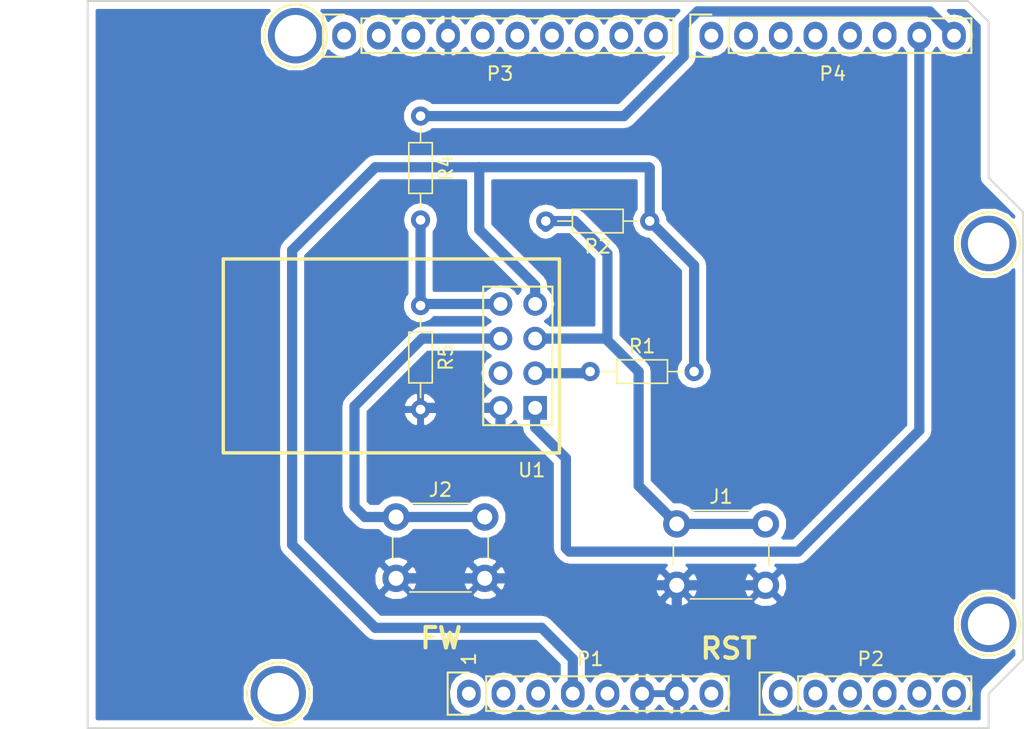
<source format=kicad_pcb>
(kicad_pcb (version 4) (host pcbnew 4.0.6)

  (general
    (links 23)
    (no_connects 2)
    (area 110.922999 72.949999 179.653001 126.440001)
    (thickness 1.6)
    (drawings 29)
    (tracks 61)
    (zones 0)
    (modules 15)
    (nets 38)
  )

  (page A4)
  (title_block
    (date "lun. 30 mars 2015")
  )

  (layers
    (0 F.Cu signal)
    (31 B.Cu signal)
    (37 F.SilkS user)
    (44 Edge.Cuts user)
  )

  (setup
    (last_trace_width 0.25)
    (user_trace_width 0.5)
    (user_trace_width 0.75)
    (user_trace_width 1)
    (trace_clearance 0.2)
    (zone_clearance 0.508)
    (zone_45_only no)
    (trace_min 0.2)
    (segment_width 0.15)
    (edge_width 0.15)
    (via_size 0.6)
    (via_drill 0.4)
    (via_min_size 0.4)
    (via_min_drill 0.3)
    (uvia_size 0.3)
    (uvia_drill 0.1)
    (uvias_allowed no)
    (uvia_min_size 0.2)
    (uvia_min_drill 0.1)
    (pcb_text_width 0.3)
    (pcb_text_size 1.5 1.5)
    (mod_edge_width 0.15)
    (mod_text_size 1 1)
    (mod_text_width 0.15)
    (pad_size 4.064 4.064)
    (pad_drill 3.048)
    (pad_to_mask_clearance 0)
    (aux_axis_origin 110.998 126.365)
    (grid_origin 110.998 126.365)
    (visible_elements 7FFFFFFF)
    (pcbplotparams
      (layerselection 0x01000_80000000)
      (usegerberextensions false)
      (excludeedgelayer true)
      (linewidth 0.100000)
      (plotframeref false)
      (viasonmask false)
      (mode 1)
      (useauxorigin false)
      (hpglpennumber 1)
      (hpglpenspeed 20)
      (hpglpendiameter 15)
      (hpglpenoverlay 2)
      (psnegative false)
      (psa4output false)
      (plotreference true)
      (plotvalue true)
      (plotinvisibletext false)
      (padsonsilk false)
      (subtractmaskfromsilk false)
      (outputformat 1)
      (mirror false)
      (drillshape 0)
      (scaleselection 1)
      (outputdirectory Fabricação/))
  )

  (net 0 "")
  (net 1 GND)
  (net 2 "/A4(SDA)")
  (net 3 "/A5(SCL)")
  (net 4 "/1(Tx)")
  (net 5 "/0(Rx)")
  (net 6 +3V3)
  (net 7 "Net-(R1-Pad1)")
  (net 8 /RST)
  (net 9 "Net-(R4-Pad2)")
  (net 10 /firm)
  (net 11 "Net-(P1-Pad1)")
  (net 12 /IOREF)
  (net 13 /Reset)
  (net 14 +5V)
  (net 15 /Vin)
  (net 16 /A0)
  (net 17 /A1)
  (net 18 /A2)
  (net 19 /A3)
  (net 20 /AREF)
  (net 21 "/13(SCK)")
  (net 22 "/12(MISO)")
  (net 23 "/11(**/MOSI)")
  (net 24 "/10(**/SS)")
  (net 25 "/9(**)")
  (net 26 /8)
  (net 27 /7)
  (net 28 "/6(**)")
  (net 29 "/5(**)")
  (net 30 /4)
  (net 31 "/3(**)")
  (net 32 /2)
  (net 33 "Net-(P5-Pad1)")
  (net 34 "Net-(P6-Pad1)")
  (net 35 "Net-(P7-Pad1)")
  (net 36 "Net-(P8-Pad1)")
  (net 37 "Net-(U1-Pad4)")

  (net_class Default "This is the default net class."
    (clearance 0.2)
    (trace_width 0.25)
    (via_dia 0.6)
    (via_drill 0.4)
    (uvia_dia 0.3)
    (uvia_drill 0.1)
    (add_net +3V3)
    (add_net +5V)
    (add_net "/0(Rx)")
    (add_net "/1(Tx)")
    (add_net "/10(**/SS)")
    (add_net "/11(**/MOSI)")
    (add_net "/12(MISO)")
    (add_net "/13(SCK)")
    (add_net /2)
    (add_net "/3(**)")
    (add_net /4)
    (add_net "/5(**)")
    (add_net "/6(**)")
    (add_net /7)
    (add_net /8)
    (add_net "/9(**)")
    (add_net /A0)
    (add_net /A1)
    (add_net /A2)
    (add_net /A3)
    (add_net "/A4(SDA)")
    (add_net "/A5(SCL)")
    (add_net /AREF)
    (add_net /IOREF)
    (add_net /RST)
    (add_net /Reset)
    (add_net /Vin)
    (add_net /firm)
    (add_net GND)
    (add_net "Net-(P1-Pad1)")
    (add_net "Net-(P5-Pad1)")
    (add_net "Net-(P6-Pad1)")
    (add_net "Net-(P7-Pad1)")
    (add_net "Net-(P8-Pad1)")
    (add_net "Net-(R1-Pad1)")
    (add_net "Net-(R4-Pad2)")
    (add_net "Net-(U1-Pad4)")
  )

  (module Socket_Arduino_Uno:Socket_Strip_Arduino_1x08 locked (layer F.Cu) (tedit 552168D2) (tstamp 551AF9EA)
    (at 138.938 123.825)
    (descr "Through hole socket strip")
    (tags "socket strip")
    (path /56D70129)
    (fp_text reference P1 (at 8.89 -2.54) (layer F.SilkS)
      (effects (font (size 1 1) (thickness 0.15)))
    )
    (fp_text value Power (at 8.89 -4.064) (layer F.Fab)
      (effects (font (size 1 1) (thickness 0.15)))
    )
    (fp_line (start -1.75 -1.75) (end -1.75 1.75) (layer F.CrtYd) (width 0.05))
    (fp_line (start 19.55 -1.75) (end 19.55 1.75) (layer F.CrtYd) (width 0.05))
    (fp_line (start -1.75 -1.75) (end 19.55 -1.75) (layer F.CrtYd) (width 0.05))
    (fp_line (start -1.75 1.75) (end 19.55 1.75) (layer F.CrtYd) (width 0.05))
    (fp_line (start 1.27 1.27) (end 19.05 1.27) (layer F.SilkS) (width 0.15))
    (fp_line (start 19.05 1.27) (end 19.05 -1.27) (layer F.SilkS) (width 0.15))
    (fp_line (start 19.05 -1.27) (end 1.27 -1.27) (layer F.SilkS) (width 0.15))
    (fp_line (start -1.55 1.55) (end 0 1.55) (layer F.SilkS) (width 0.15))
    (fp_line (start 1.27 1.27) (end 1.27 -1.27) (layer F.SilkS) (width 0.15))
    (fp_line (start 0 -1.55) (end -1.55 -1.55) (layer F.SilkS) (width 0.15))
    (fp_line (start -1.55 -1.55) (end -1.55 1.55) (layer F.SilkS) (width 0.15))
    (pad 1 thru_hole oval (at 0 0) (size 1.7272 2.032) (drill 1.016) (layers *.Cu *.Mask)
      (net 11 "Net-(P1-Pad1)"))
    (pad 2 thru_hole oval (at 2.54 0) (size 1.7272 2.032) (drill 1.016) (layers *.Cu *.Mask)
      (net 12 /IOREF))
    (pad 3 thru_hole oval (at 5.08 0) (size 1.7272 2.032) (drill 1.016) (layers *.Cu *.Mask)
      (net 13 /Reset))
    (pad 4 thru_hole oval (at 7.62 0) (size 1.7272 2.032) (drill 1.016) (layers *.Cu *.Mask)
      (net 6 +3V3))
    (pad 5 thru_hole oval (at 10.16 0) (size 1.7272 2.032) (drill 1.016) (layers *.Cu *.Mask)
      (net 14 +5V))
    (pad 6 thru_hole oval (at 12.7 0) (size 1.7272 2.032) (drill 1.016) (layers *.Cu *.Mask)
      (net 1 GND))
    (pad 7 thru_hole oval (at 15.24 0) (size 1.7272 2.032) (drill 1.016) (layers *.Cu *.Mask)
      (net 1 GND))
    (pad 8 thru_hole oval (at 17.78 0) (size 1.7272 2.032) (drill 1.016) (layers *.Cu *.Mask)
      (net 15 /Vin))
    (model ${KIPRJMOD}/Socket_Arduino_Uno.3dshapes/Socket_header_Arduino_1x08.wrl
      (at (xyz 0.35 0 0))
      (scale (xyz 1 1 1))
      (rotate (xyz 0 0 180))
    )
  )

  (module Socket_Arduino_Uno:Socket_Strip_Arduino_1x06 locked (layer F.Cu) (tedit 552168D6) (tstamp 551AF9FF)
    (at 161.798 123.825)
    (descr "Through hole socket strip")
    (tags "socket strip")
    (path /56D70DD8)
    (fp_text reference P2 (at 6.604 -2.54) (layer F.SilkS)
      (effects (font (size 1 1) (thickness 0.15)))
    )
    (fp_text value Analog (at 6.604 -4.064) (layer F.Fab)
      (effects (font (size 1 1) (thickness 0.15)))
    )
    (fp_line (start -1.75 -1.75) (end -1.75 1.75) (layer F.CrtYd) (width 0.05))
    (fp_line (start 14.45 -1.75) (end 14.45 1.75) (layer F.CrtYd) (width 0.05))
    (fp_line (start -1.75 -1.75) (end 14.45 -1.75) (layer F.CrtYd) (width 0.05))
    (fp_line (start -1.75 1.75) (end 14.45 1.75) (layer F.CrtYd) (width 0.05))
    (fp_line (start 1.27 1.27) (end 13.97 1.27) (layer F.SilkS) (width 0.15))
    (fp_line (start 13.97 1.27) (end 13.97 -1.27) (layer F.SilkS) (width 0.15))
    (fp_line (start 13.97 -1.27) (end 1.27 -1.27) (layer F.SilkS) (width 0.15))
    (fp_line (start -1.55 1.55) (end 0 1.55) (layer F.SilkS) (width 0.15))
    (fp_line (start 1.27 1.27) (end 1.27 -1.27) (layer F.SilkS) (width 0.15))
    (fp_line (start 0 -1.55) (end -1.55 -1.55) (layer F.SilkS) (width 0.15))
    (fp_line (start -1.55 -1.55) (end -1.55 1.55) (layer F.SilkS) (width 0.15))
    (pad 1 thru_hole oval (at 0 0) (size 1.7272 2.032) (drill 1.016) (layers *.Cu *.Mask)
      (net 16 /A0))
    (pad 2 thru_hole oval (at 2.54 0) (size 1.7272 2.032) (drill 1.016) (layers *.Cu *.Mask)
      (net 17 /A1))
    (pad 3 thru_hole oval (at 5.08 0) (size 1.7272 2.032) (drill 1.016) (layers *.Cu *.Mask)
      (net 18 /A2))
    (pad 4 thru_hole oval (at 7.62 0) (size 1.7272 2.032) (drill 1.016) (layers *.Cu *.Mask)
      (net 19 /A3))
    (pad 5 thru_hole oval (at 10.16 0) (size 1.7272 2.032) (drill 1.016) (layers *.Cu *.Mask)
      (net 2 "/A4(SDA)"))
    (pad 6 thru_hole oval (at 12.7 0) (size 1.7272 2.032) (drill 1.016) (layers *.Cu *.Mask)
      (net 3 "/A5(SCL)"))
    (model ${KIPRJMOD}/Socket_Arduino_Uno.3dshapes/Socket_header_Arduino_1x06.wrl
      (at (xyz 0.25 0 0))
      (scale (xyz 1 1 1))
      (rotate (xyz 0 0 180))
    )
  )

  (module Socket_Arduino_Uno:Socket_Strip_Arduino_1x10 locked (layer F.Cu) (tedit 552168BF) (tstamp 551AFA18)
    (at 129.794 75.565)
    (descr "Through hole socket strip")
    (tags "socket strip")
    (path /56D721E0)
    (fp_text reference P3 (at 11.43 2.794) (layer F.SilkS)
      (effects (font (size 1 1) (thickness 0.15)))
    )
    (fp_text value Digital (at 11.43 4.318) (layer F.Fab)
      (effects (font (size 1 1) (thickness 0.15)))
    )
    (fp_line (start -1.75 -1.75) (end -1.75 1.75) (layer F.CrtYd) (width 0.05))
    (fp_line (start 24.65 -1.75) (end 24.65 1.75) (layer F.CrtYd) (width 0.05))
    (fp_line (start -1.75 -1.75) (end 24.65 -1.75) (layer F.CrtYd) (width 0.05))
    (fp_line (start -1.75 1.75) (end 24.65 1.75) (layer F.CrtYd) (width 0.05))
    (fp_line (start 1.27 1.27) (end 24.13 1.27) (layer F.SilkS) (width 0.15))
    (fp_line (start 24.13 1.27) (end 24.13 -1.27) (layer F.SilkS) (width 0.15))
    (fp_line (start 24.13 -1.27) (end 1.27 -1.27) (layer F.SilkS) (width 0.15))
    (fp_line (start -1.55 1.55) (end 0 1.55) (layer F.SilkS) (width 0.15))
    (fp_line (start 1.27 1.27) (end 1.27 -1.27) (layer F.SilkS) (width 0.15))
    (fp_line (start 0 -1.55) (end -1.55 -1.55) (layer F.SilkS) (width 0.15))
    (fp_line (start -1.55 -1.55) (end -1.55 1.55) (layer F.SilkS) (width 0.15))
    (pad 1 thru_hole oval (at 0 0) (size 1.7272 2.032) (drill 1.016) (layers *.Cu *.Mask)
      (net 3 "/A5(SCL)"))
    (pad 2 thru_hole oval (at 2.54 0) (size 1.7272 2.032) (drill 1.016) (layers *.Cu *.Mask)
      (net 2 "/A4(SDA)"))
    (pad 3 thru_hole oval (at 5.08 0) (size 1.7272 2.032) (drill 1.016) (layers *.Cu *.Mask)
      (net 20 /AREF))
    (pad 4 thru_hole oval (at 7.62 0) (size 1.7272 2.032) (drill 1.016) (layers *.Cu *.Mask)
      (net 1 GND))
    (pad 5 thru_hole oval (at 10.16 0) (size 1.7272 2.032) (drill 1.016) (layers *.Cu *.Mask)
      (net 21 "/13(SCK)"))
    (pad 6 thru_hole oval (at 12.7 0) (size 1.7272 2.032) (drill 1.016) (layers *.Cu *.Mask)
      (net 22 "/12(MISO)"))
    (pad 7 thru_hole oval (at 15.24 0) (size 1.7272 2.032) (drill 1.016) (layers *.Cu *.Mask)
      (net 23 "/11(**/MOSI)"))
    (pad 8 thru_hole oval (at 17.78 0) (size 1.7272 2.032) (drill 1.016) (layers *.Cu *.Mask)
      (net 24 "/10(**/SS)"))
    (pad 9 thru_hole oval (at 20.32 0) (size 1.7272 2.032) (drill 1.016) (layers *.Cu *.Mask)
      (net 25 "/9(**)"))
    (pad 10 thru_hole oval (at 22.86 0) (size 1.7272 2.032) (drill 1.016) (layers *.Cu *.Mask)
      (net 26 /8))
    (model ${KIPRJMOD}/Socket_Arduino_Uno.3dshapes/Socket_header_Arduino_1x10.wrl
      (at (xyz 0.45 0 0))
      (scale (xyz 1 1 1))
      (rotate (xyz 0 0 180))
    )
  )

  (module Socket_Arduino_Uno:Socket_Strip_Arduino_1x08 locked (layer F.Cu) (tedit 552168C7) (tstamp 551AFA2F)
    (at 156.718 75.565)
    (descr "Through hole socket strip")
    (tags "socket strip")
    (path /56D7164F)
    (fp_text reference P4 (at 8.89 2.794) (layer F.SilkS)
      (effects (font (size 1 1) (thickness 0.15)))
    )
    (fp_text value Digital (at 8.89 4.318) (layer F.Fab)
      (effects (font (size 1 1) (thickness 0.15)))
    )
    (fp_line (start -1.75 -1.75) (end -1.75 1.75) (layer F.CrtYd) (width 0.05))
    (fp_line (start 19.55 -1.75) (end 19.55 1.75) (layer F.CrtYd) (width 0.05))
    (fp_line (start -1.75 -1.75) (end 19.55 -1.75) (layer F.CrtYd) (width 0.05))
    (fp_line (start -1.75 1.75) (end 19.55 1.75) (layer F.CrtYd) (width 0.05))
    (fp_line (start 1.27 1.27) (end 19.05 1.27) (layer F.SilkS) (width 0.15))
    (fp_line (start 19.05 1.27) (end 19.05 -1.27) (layer F.SilkS) (width 0.15))
    (fp_line (start 19.05 -1.27) (end 1.27 -1.27) (layer F.SilkS) (width 0.15))
    (fp_line (start -1.55 1.55) (end 0 1.55) (layer F.SilkS) (width 0.15))
    (fp_line (start 1.27 1.27) (end 1.27 -1.27) (layer F.SilkS) (width 0.15))
    (fp_line (start 0 -1.55) (end -1.55 -1.55) (layer F.SilkS) (width 0.15))
    (fp_line (start -1.55 -1.55) (end -1.55 1.55) (layer F.SilkS) (width 0.15))
    (pad 1 thru_hole oval (at 0 0) (size 1.7272 2.032) (drill 1.016) (layers *.Cu *.Mask)
      (net 27 /7))
    (pad 2 thru_hole oval (at 2.54 0) (size 1.7272 2.032) (drill 1.016) (layers *.Cu *.Mask)
      (net 28 "/6(**)"))
    (pad 3 thru_hole oval (at 5.08 0) (size 1.7272 2.032) (drill 1.016) (layers *.Cu *.Mask)
      (net 29 "/5(**)"))
    (pad 4 thru_hole oval (at 7.62 0) (size 1.7272 2.032) (drill 1.016) (layers *.Cu *.Mask)
      (net 30 /4))
    (pad 5 thru_hole oval (at 10.16 0) (size 1.7272 2.032) (drill 1.016) (layers *.Cu *.Mask)
      (net 31 "/3(**)"))
    (pad 6 thru_hole oval (at 12.7 0) (size 1.7272 2.032) (drill 1.016) (layers *.Cu *.Mask)
      (net 32 /2))
    (pad 7 thru_hole oval (at 15.24 0) (size 1.7272 2.032) (drill 1.016) (layers *.Cu *.Mask)
      (net 4 "/1(Tx)"))
    (pad 8 thru_hole oval (at 17.78 0) (size 1.7272 2.032) (drill 1.016) (layers *.Cu *.Mask)
      (net 5 "/0(Rx)"))
    (model ${KIPRJMOD}/Socket_Arduino_Uno.3dshapes/Socket_header_Arduino_1x08.wrl
      (at (xyz 0.35 0 0))
      (scale (xyz 1 1 1))
      (rotate (xyz 0 0 180))
    )
  )

  (module Socket_Arduino_Uno:Arduino_1pin locked (layer F.Cu) (tedit 5524FC39) (tstamp 5524FC3F)
    (at 124.968 123.825)
    (descr "module 1 pin (ou trou mecanique de percage)")
    (tags DEV)
    (path /56D71177)
    (fp_text reference P5 (at 0 -3.048) (layer F.SilkS) hide
      (effects (font (size 1 1) (thickness 0.15)))
    )
    (fp_text value CONN_01X01 (at 0 2.794) (layer F.Fab) hide
      (effects (font (size 1 1) (thickness 0.15)))
    )
    (fp_circle (center 0 0) (end 0 -2.286) (layer F.SilkS) (width 0.15))
    (pad 1 thru_hole circle (at 0 0) (size 4.064 4.064) (drill 3.048) (layers *.Cu *.Mask)
      (net 33 "Net-(P5-Pad1)"))
  )

  (module Socket_Arduino_Uno:Arduino_1pin locked (layer F.Cu) (tedit 5524FC4A) (tstamp 5524FC44)
    (at 177.038 118.745)
    (descr "module 1 pin (ou trou mecanique de percage)")
    (tags DEV)
    (path /56D71274)
    (fp_text reference P6 (at 0 -3.048) (layer F.SilkS) hide
      (effects (font (size 1 1) (thickness 0.15)))
    )
    (fp_text value CONN_01X01 (at 0 2.794) (layer F.Fab) hide
      (effects (font (size 1 1) (thickness 0.15)))
    )
    (fp_circle (center 0 0) (end 0 -2.286) (layer F.SilkS) (width 0.15))
    (pad 1 thru_hole circle (at 0 0) (size 4.064 4.064) (drill 3.048) (layers *.Cu *.Mask)
      (net 34 "Net-(P6-Pad1)"))
  )

  (module Socket_Arduino_Uno:Arduino_1pin locked (layer F.Cu) (tedit 5524FC2F) (tstamp 5524FC49)
    (at 126.238 75.565)
    (descr "module 1 pin (ou trou mecanique de percage)")
    (tags DEV)
    (path /56D712A8)
    (fp_text reference P7 (at 0 -3.048) (layer F.SilkS) hide
      (effects (font (size 1 1) (thickness 0.15)))
    )
    (fp_text value CONN_01X01 (at 0 2.794) (layer F.Fab) hide
      (effects (font (size 1 1) (thickness 0.15)))
    )
    (fp_circle (center 0 0) (end 0 -2.286) (layer F.SilkS) (width 0.15))
    (pad 1 thru_hole circle (at 0 0) (size 4.064 4.064) (drill 3.048) (layers *.Cu *.Mask)
      (net 35 "Net-(P7-Pad1)"))
  )

  (module Socket_Arduino_Uno:Arduino_1pin locked (layer F.Cu) (tedit 5524FC41) (tstamp 5524FC4E)
    (at 177.038 90.805)
    (descr "module 1 pin (ou trou mecanique de percage)")
    (tags DEV)
    (path /56D712DB)
    (fp_text reference P8 (at 0 -3.048) (layer F.SilkS) hide
      (effects (font (size 1 1) (thickness 0.15)))
    )
    (fp_text value CONN_01X01 (at 0 2.794) (layer F.Fab) hide
      (effects (font (size 1 1) (thickness 0.15)))
    )
    (fp_circle (center 0 0) (end 0 -2.286) (layer F.SilkS) (width 0.15))
    (pad 1 thru_hole circle (at 0 0) (size 4.064 4.064) (drill 3.048) (layers *.Cu *.Mask)
      (net 36 "Net-(P8-Pad1)"))
  )

  (module Buttons_Switches_THT:SW_PUSH_6mm_h5mm (layer F.Cu) (tedit 5923F252) (tstamp 5988CEB5)
    (at 154.178 111.379)
    (descr "tactile push button, 6x6mm e.g. PHAP33xx series, height=5mm")
    (tags "tact sw push 6mm")
    (path /5988F70F)
    (fp_text reference J1 (at 3.25 -2) (layer F.SilkS)
      (effects (font (size 1 1) (thickness 0.15)))
    )
    (fp_text value CONN_01X02 (at 3.75 6.7) (layer F.Fab)
      (effects (font (size 1 1) (thickness 0.15)))
    )
    (fp_text user %R (at 3.25 2.25) (layer F.Fab)
      (effects (font (size 1 1) (thickness 0.15)))
    )
    (fp_line (start 3.25 -0.75) (end 6.25 -0.75) (layer F.Fab) (width 0.1))
    (fp_line (start 6.25 -0.75) (end 6.25 5.25) (layer F.Fab) (width 0.1))
    (fp_line (start 6.25 5.25) (end 0.25 5.25) (layer F.Fab) (width 0.1))
    (fp_line (start 0.25 5.25) (end 0.25 -0.75) (layer F.Fab) (width 0.1))
    (fp_line (start 0.25 -0.75) (end 3.25 -0.75) (layer F.Fab) (width 0.1))
    (fp_line (start 7.75 6) (end 8 6) (layer F.CrtYd) (width 0.05))
    (fp_line (start 8 6) (end 8 5.75) (layer F.CrtYd) (width 0.05))
    (fp_line (start 7.75 -1.5) (end 8 -1.5) (layer F.CrtYd) (width 0.05))
    (fp_line (start 8 -1.5) (end 8 -1.25) (layer F.CrtYd) (width 0.05))
    (fp_line (start -1.5 -1.25) (end -1.5 -1.5) (layer F.CrtYd) (width 0.05))
    (fp_line (start -1.5 -1.5) (end -1.25 -1.5) (layer F.CrtYd) (width 0.05))
    (fp_line (start -1.5 5.75) (end -1.5 6) (layer F.CrtYd) (width 0.05))
    (fp_line (start -1.5 6) (end -1.25 6) (layer F.CrtYd) (width 0.05))
    (fp_line (start -1.25 -1.5) (end 7.75 -1.5) (layer F.CrtYd) (width 0.05))
    (fp_line (start -1.5 5.75) (end -1.5 -1.25) (layer F.CrtYd) (width 0.05))
    (fp_line (start 7.75 6) (end -1.25 6) (layer F.CrtYd) (width 0.05))
    (fp_line (start 8 -1.25) (end 8 5.75) (layer F.CrtYd) (width 0.05))
    (fp_line (start 1 5.5) (end 5.5 5.5) (layer F.SilkS) (width 0.12))
    (fp_line (start -0.25 1.5) (end -0.25 3) (layer F.SilkS) (width 0.12))
    (fp_line (start 5.5 -1) (end 1 -1) (layer F.SilkS) (width 0.12))
    (fp_line (start 6.75 3) (end 6.75 1.5) (layer F.SilkS) (width 0.12))
    (fp_circle (center 3.25 2.25) (end 1.25 2.5) (layer F.Fab) (width 0.1))
    (pad 2 thru_hole circle (at 0 4.5 90) (size 2 2) (drill 1.1) (layers *.Cu *.Mask)
      (net 1 GND))
    (pad 1 thru_hole circle (at 0 0 90) (size 2 2) (drill 1.1) (layers *.Cu *.Mask)
      (net 8 /RST))
    (pad 2 thru_hole circle (at 6.5 4.5 90) (size 2 2) (drill 1.1) (layers *.Cu *.Mask)
      (net 1 GND))
    (pad 1 thru_hole circle (at 6.5 0 90) (size 2 2) (drill 1.1) (layers *.Cu *.Mask)
      (net 8 /RST))
    (model ${KISYS3DMOD}/Buttons_Switches_THT.3dshapes/SW_PUSH_6mm_h5mm.wrl
      (at (xyz 0.005 0 0))
      (scale (xyz 0.3937 0.3937 0.3937))
      (rotate (xyz 0 0 0))
    )
  )

  (module Buttons_Switches_THT:SW_PUSH_6mm_h5mm (layer F.Cu) (tedit 5923F252) (tstamp 5988CEBD)
    (at 133.604 110.871)
    (descr "tactile push button, 6x6mm e.g. PHAP33xx series, height=5mm")
    (tags "tact sw push 6mm")
    (path /5988F76E)
    (fp_text reference J2 (at 3.25 -2) (layer F.SilkS)
      (effects (font (size 1 1) (thickness 0.15)))
    )
    (fp_text value CONN_01X02 (at 3.75 6.7) (layer F.Fab)
      (effects (font (size 1 1) (thickness 0.15)))
    )
    (fp_text user %R (at 3.25 2.25) (layer F.Fab)
      (effects (font (size 1 1) (thickness 0.15)))
    )
    (fp_line (start 3.25 -0.75) (end 6.25 -0.75) (layer F.Fab) (width 0.1))
    (fp_line (start 6.25 -0.75) (end 6.25 5.25) (layer F.Fab) (width 0.1))
    (fp_line (start 6.25 5.25) (end 0.25 5.25) (layer F.Fab) (width 0.1))
    (fp_line (start 0.25 5.25) (end 0.25 -0.75) (layer F.Fab) (width 0.1))
    (fp_line (start 0.25 -0.75) (end 3.25 -0.75) (layer F.Fab) (width 0.1))
    (fp_line (start 7.75 6) (end 8 6) (layer F.CrtYd) (width 0.05))
    (fp_line (start 8 6) (end 8 5.75) (layer F.CrtYd) (width 0.05))
    (fp_line (start 7.75 -1.5) (end 8 -1.5) (layer F.CrtYd) (width 0.05))
    (fp_line (start 8 -1.5) (end 8 -1.25) (layer F.CrtYd) (width 0.05))
    (fp_line (start -1.5 -1.25) (end -1.5 -1.5) (layer F.CrtYd) (width 0.05))
    (fp_line (start -1.5 -1.5) (end -1.25 -1.5) (layer F.CrtYd) (width 0.05))
    (fp_line (start -1.5 5.75) (end -1.5 6) (layer F.CrtYd) (width 0.05))
    (fp_line (start -1.5 6) (end -1.25 6) (layer F.CrtYd) (width 0.05))
    (fp_line (start -1.25 -1.5) (end 7.75 -1.5) (layer F.CrtYd) (width 0.05))
    (fp_line (start -1.5 5.75) (end -1.5 -1.25) (layer F.CrtYd) (width 0.05))
    (fp_line (start 7.75 6) (end -1.25 6) (layer F.CrtYd) (width 0.05))
    (fp_line (start 8 -1.25) (end 8 5.75) (layer F.CrtYd) (width 0.05))
    (fp_line (start 1 5.5) (end 5.5 5.5) (layer F.SilkS) (width 0.12))
    (fp_line (start -0.25 1.5) (end -0.25 3) (layer F.SilkS) (width 0.12))
    (fp_line (start 5.5 -1) (end 1 -1) (layer F.SilkS) (width 0.12))
    (fp_line (start 6.75 3) (end 6.75 1.5) (layer F.SilkS) (width 0.12))
    (fp_circle (center 3.25 2.25) (end 1.25 2.5) (layer F.Fab) (width 0.1))
    (pad 2 thru_hole circle (at 0 4.5 90) (size 2 2) (drill 1.1) (layers *.Cu *.Mask)
      (net 1 GND))
    (pad 1 thru_hole circle (at 0 0 90) (size 2 2) (drill 1.1) (layers *.Cu *.Mask)
      (net 10 /firm))
    (pad 2 thru_hole circle (at 6.5 4.5 90) (size 2 2) (drill 1.1) (layers *.Cu *.Mask)
      (net 1 GND))
    (pad 1 thru_hole circle (at 6.5 0 90) (size 2 2) (drill 1.1) (layers *.Cu *.Mask)
      (net 10 /firm))
    (model ${KISYS3DMOD}/Buttons_Switches_THT.3dshapes/SW_PUSH_6mm_h5mm.wrl
      (at (xyz 0.005 0 0))
      (scale (xyz 0.3937 0.3937 0.3937))
      (rotate (xyz 0 0 0))
    )
  )

  (module Resistors_THT:R_Axial_DIN0204_L3.6mm_D1.6mm_P7.62mm_Horizontal (layer F.Cu) (tedit 5874F706) (tstamp 5988CEC3)
    (at 147.828 100.203)
    (descr "Resistor, Axial_DIN0204 series, Axial, Horizontal, pin pitch=7.62mm, 0.16666666666666666W = 1/6W, length*diameter=3.6*1.6mm^2, http://cdn-reichelt.de/documents/datenblatt/B400/1_4W%23YAG.pdf")
    (tags "Resistor Axial_DIN0204 series Axial Horizontal pin pitch 7.62mm 0.16666666666666666W = 1/6W length 3.6mm diameter 1.6mm")
    (path /5988AFAB)
    (fp_text reference R1 (at 3.81 -1.86) (layer F.SilkS)
      (effects (font (size 1 1) (thickness 0.15)))
    )
    (fp_text value R (at 3.81 1.86) (layer F.Fab)
      (effects (font (size 1 1) (thickness 0.15)))
    )
    (fp_line (start 2.01 -0.8) (end 2.01 0.8) (layer F.Fab) (width 0.1))
    (fp_line (start 2.01 0.8) (end 5.61 0.8) (layer F.Fab) (width 0.1))
    (fp_line (start 5.61 0.8) (end 5.61 -0.8) (layer F.Fab) (width 0.1))
    (fp_line (start 5.61 -0.8) (end 2.01 -0.8) (layer F.Fab) (width 0.1))
    (fp_line (start 0 0) (end 2.01 0) (layer F.Fab) (width 0.1))
    (fp_line (start 7.62 0) (end 5.61 0) (layer F.Fab) (width 0.1))
    (fp_line (start 1.95 -0.86) (end 1.95 0.86) (layer F.SilkS) (width 0.12))
    (fp_line (start 1.95 0.86) (end 5.67 0.86) (layer F.SilkS) (width 0.12))
    (fp_line (start 5.67 0.86) (end 5.67 -0.86) (layer F.SilkS) (width 0.12))
    (fp_line (start 5.67 -0.86) (end 1.95 -0.86) (layer F.SilkS) (width 0.12))
    (fp_line (start 0.88 0) (end 1.95 0) (layer F.SilkS) (width 0.12))
    (fp_line (start 6.74 0) (end 5.67 0) (layer F.SilkS) (width 0.12))
    (fp_line (start -0.95 -1.15) (end -0.95 1.15) (layer F.CrtYd) (width 0.05))
    (fp_line (start -0.95 1.15) (end 8.6 1.15) (layer F.CrtYd) (width 0.05))
    (fp_line (start 8.6 1.15) (end 8.6 -1.15) (layer F.CrtYd) (width 0.05))
    (fp_line (start 8.6 -1.15) (end -0.95 -1.15) (layer F.CrtYd) (width 0.05))
    (pad 1 thru_hole circle (at 0 0) (size 1.4 1.4) (drill 0.7) (layers *.Cu *.Mask)
      (net 7 "Net-(R1-Pad1)"))
    (pad 2 thru_hole oval (at 7.62 0) (size 1.4 1.4) (drill 0.7) (layers *.Cu *.Mask)
      (net 6 +3V3))
    (model ${KISYS3DMOD}/Resistors_THT.3dshapes/R_Axial_DIN0204_L3.6mm_D1.6mm_P7.62mm_Horizontal.wrl
      (at (xyz 0 0 0))
      (scale (xyz 0.393701 0.393701 0.393701))
      (rotate (xyz 0 0 0))
    )
  )

  (module Resistors_THT:R_Axial_DIN0204_L3.6mm_D1.6mm_P7.62mm_Horizontal (layer F.Cu) (tedit 5874F706) (tstamp 5988CEC9)
    (at 152.198 89.165 180)
    (descr "Resistor, Axial_DIN0204 series, Axial, Horizontal, pin pitch=7.62mm, 0.16666666666666666W = 1/6W, length*diameter=3.6*1.6mm^2, http://cdn-reichelt.de/documents/datenblatt/B400/1_4W%23YAG.pdf")
    (tags "Resistor Axial_DIN0204 series Axial Horizontal pin pitch 7.62mm 0.16666666666666666W = 1/6W length 3.6mm diameter 1.6mm")
    (path /5988C8CC)
    (fp_text reference R2 (at 3.81 -1.86 180) (layer F.SilkS)
      (effects (font (size 1 1) (thickness 0.15)))
    )
    (fp_text value R (at 3.81 1.86 180) (layer F.Fab)
      (effects (font (size 1 1) (thickness 0.15)))
    )
    (fp_line (start 2.01 -0.8) (end 2.01 0.8) (layer F.Fab) (width 0.1))
    (fp_line (start 2.01 0.8) (end 5.61 0.8) (layer F.Fab) (width 0.1))
    (fp_line (start 5.61 0.8) (end 5.61 -0.8) (layer F.Fab) (width 0.1))
    (fp_line (start 5.61 -0.8) (end 2.01 -0.8) (layer F.Fab) (width 0.1))
    (fp_line (start 0 0) (end 2.01 0) (layer F.Fab) (width 0.1))
    (fp_line (start 7.62 0) (end 5.61 0) (layer F.Fab) (width 0.1))
    (fp_line (start 1.95 -0.86) (end 1.95 0.86) (layer F.SilkS) (width 0.12))
    (fp_line (start 1.95 0.86) (end 5.67 0.86) (layer F.SilkS) (width 0.12))
    (fp_line (start 5.67 0.86) (end 5.67 -0.86) (layer F.SilkS) (width 0.12))
    (fp_line (start 5.67 -0.86) (end 1.95 -0.86) (layer F.SilkS) (width 0.12))
    (fp_line (start 0.88 0) (end 1.95 0) (layer F.SilkS) (width 0.12))
    (fp_line (start 6.74 0) (end 5.67 0) (layer F.SilkS) (width 0.12))
    (fp_line (start -0.95 -1.15) (end -0.95 1.15) (layer F.CrtYd) (width 0.05))
    (fp_line (start -0.95 1.15) (end 8.6 1.15) (layer F.CrtYd) (width 0.05))
    (fp_line (start 8.6 1.15) (end 8.6 -1.15) (layer F.CrtYd) (width 0.05))
    (fp_line (start 8.6 -1.15) (end -0.95 -1.15) (layer F.CrtYd) (width 0.05))
    (pad 1 thru_hole circle (at 0 0 180) (size 1.4 1.4) (drill 0.7) (layers *.Cu *.Mask)
      (net 6 +3V3))
    (pad 2 thru_hole oval (at 7.62 0 180) (size 1.4 1.4) (drill 0.7) (layers *.Cu *.Mask)
      (net 8 /RST))
    (model ${KISYS3DMOD}/Resistors_THT.3dshapes/R_Axial_DIN0204_L3.6mm_D1.6mm_P7.62mm_Horizontal.wrl
      (at (xyz 0 0 0))
      (scale (xyz 0.393701 0.393701 0.393701))
      (rotate (xyz 0 0 0))
    )
  )

  (module Resistors_THT:R_Axial_DIN0204_L3.6mm_D1.6mm_P7.62mm_Horizontal (layer F.Cu) (tedit 5874F706) (tstamp 5988CECF)
    (at 135.398 81.465 270)
    (descr "Resistor, Axial_DIN0204 series, Axial, Horizontal, pin pitch=7.62mm, 0.16666666666666666W = 1/6W, length*diameter=3.6*1.6mm^2, http://cdn-reichelt.de/documents/datenblatt/B400/1_4W%23YAG.pdf")
    (tags "Resistor Axial_DIN0204 series Axial Horizontal pin pitch 7.62mm 0.16666666666666666W = 1/6W length 3.6mm diameter 1.6mm")
    (path /5988AC9A)
    (fp_text reference R4 (at 3.81 -1.86 270) (layer F.SilkS)
      (effects (font (size 1 1) (thickness 0.15)))
    )
    (fp_text value R (at 3.81 1.86 270) (layer F.Fab)
      (effects (font (size 1 1) (thickness 0.15)))
    )
    (fp_line (start 2.01 -0.8) (end 2.01 0.8) (layer F.Fab) (width 0.1))
    (fp_line (start 2.01 0.8) (end 5.61 0.8) (layer F.Fab) (width 0.1))
    (fp_line (start 5.61 0.8) (end 5.61 -0.8) (layer F.Fab) (width 0.1))
    (fp_line (start 5.61 -0.8) (end 2.01 -0.8) (layer F.Fab) (width 0.1))
    (fp_line (start 0 0) (end 2.01 0) (layer F.Fab) (width 0.1))
    (fp_line (start 7.62 0) (end 5.61 0) (layer F.Fab) (width 0.1))
    (fp_line (start 1.95 -0.86) (end 1.95 0.86) (layer F.SilkS) (width 0.12))
    (fp_line (start 1.95 0.86) (end 5.67 0.86) (layer F.SilkS) (width 0.12))
    (fp_line (start 5.67 0.86) (end 5.67 -0.86) (layer F.SilkS) (width 0.12))
    (fp_line (start 5.67 -0.86) (end 1.95 -0.86) (layer F.SilkS) (width 0.12))
    (fp_line (start 0.88 0) (end 1.95 0) (layer F.SilkS) (width 0.12))
    (fp_line (start 6.74 0) (end 5.67 0) (layer F.SilkS) (width 0.12))
    (fp_line (start -0.95 -1.15) (end -0.95 1.15) (layer F.CrtYd) (width 0.05))
    (fp_line (start -0.95 1.15) (end 8.6 1.15) (layer F.CrtYd) (width 0.05))
    (fp_line (start 8.6 1.15) (end 8.6 -1.15) (layer F.CrtYd) (width 0.05))
    (fp_line (start 8.6 -1.15) (end -0.95 -1.15) (layer F.CrtYd) (width 0.05))
    (pad 1 thru_hole circle (at 0 0 270) (size 1.4 1.4) (drill 0.7) (layers *.Cu *.Mask)
      (net 5 "/0(Rx)"))
    (pad 2 thru_hole oval (at 7.62 0 270) (size 1.4 1.4) (drill 0.7) (layers *.Cu *.Mask)
      (net 9 "Net-(R4-Pad2)"))
    (model ${KISYS3DMOD}/Resistors_THT.3dshapes/R_Axial_DIN0204_L3.6mm_D1.6mm_P7.62mm_Horizontal.wrl
      (at (xyz 0 0 0))
      (scale (xyz 0.393701 0.393701 0.393701))
      (rotate (xyz 0 0 0))
    )
  )

  (module Resistors_THT:R_Axial_DIN0204_L3.6mm_D1.6mm_P7.62mm_Horizontal (layer F.Cu) (tedit 5874F706) (tstamp 5988CED5)
    (at 135.398 95.365 270)
    (descr "Resistor, Axial_DIN0204 series, Axial, Horizontal, pin pitch=7.62mm, 0.16666666666666666W = 1/6W, length*diameter=3.6*1.6mm^2, http://cdn-reichelt.de/documents/datenblatt/B400/1_4W%23YAG.pdf")
    (tags "Resistor Axial_DIN0204 series Axial Horizontal pin pitch 7.62mm 0.16666666666666666W = 1/6W length 3.6mm diameter 1.6mm")
    (path /5988ACE3)
    (fp_text reference R5 (at 3.81 -1.86 270) (layer F.SilkS)
      (effects (font (size 1 1) (thickness 0.15)))
    )
    (fp_text value R (at 3.81 1.86 270) (layer F.Fab)
      (effects (font (size 1 1) (thickness 0.15)))
    )
    (fp_line (start 2.01 -0.8) (end 2.01 0.8) (layer F.Fab) (width 0.1))
    (fp_line (start 2.01 0.8) (end 5.61 0.8) (layer F.Fab) (width 0.1))
    (fp_line (start 5.61 0.8) (end 5.61 -0.8) (layer F.Fab) (width 0.1))
    (fp_line (start 5.61 -0.8) (end 2.01 -0.8) (layer F.Fab) (width 0.1))
    (fp_line (start 0 0) (end 2.01 0) (layer F.Fab) (width 0.1))
    (fp_line (start 7.62 0) (end 5.61 0) (layer F.Fab) (width 0.1))
    (fp_line (start 1.95 -0.86) (end 1.95 0.86) (layer F.SilkS) (width 0.12))
    (fp_line (start 1.95 0.86) (end 5.67 0.86) (layer F.SilkS) (width 0.12))
    (fp_line (start 5.67 0.86) (end 5.67 -0.86) (layer F.SilkS) (width 0.12))
    (fp_line (start 5.67 -0.86) (end 1.95 -0.86) (layer F.SilkS) (width 0.12))
    (fp_line (start 0.88 0) (end 1.95 0) (layer F.SilkS) (width 0.12))
    (fp_line (start 6.74 0) (end 5.67 0) (layer F.SilkS) (width 0.12))
    (fp_line (start -0.95 -1.15) (end -0.95 1.15) (layer F.CrtYd) (width 0.05))
    (fp_line (start -0.95 1.15) (end 8.6 1.15) (layer F.CrtYd) (width 0.05))
    (fp_line (start 8.6 1.15) (end 8.6 -1.15) (layer F.CrtYd) (width 0.05))
    (fp_line (start 8.6 -1.15) (end -0.95 -1.15) (layer F.CrtYd) (width 0.05))
    (pad 1 thru_hole circle (at 0 0 270) (size 1.4 1.4) (drill 0.7) (layers *.Cu *.Mask)
      (net 9 "Net-(R4-Pad2)"))
    (pad 2 thru_hole oval (at 7.62 0 270) (size 1.4 1.4) (drill 0.7) (layers *.Cu *.Mask)
      (net 1 GND))
    (model ${KISYS3DMOD}/Resistors_THT.3dshapes/R_Axial_DIN0204_L3.6mm_D1.6mm_P7.62mm_Horizontal.wrl
      (at (xyz 0 0 0))
      (scale (xyz 0.393701 0.393701 0.393701))
      (rotate (xyz 0 0 0))
    )
  )

  (module ESP8266:ESP-01 (layer F.Cu) (tedit 577EF889) (tstamp 5988CEE1)
    (at 143.798 102.865 180)
    (descr "Module, ESP-8266, ESP-01, 8 pin")
    (tags "Module ESP-8266 ESP8266")
    (path /5988A828)
    (fp_text reference U1 (at 0.254 -4.572 180) (layer F.SilkS)
      (effects (font (size 1 1) (thickness 0.15)))
    )
    (fp_text value ESP-01v090 (at 12.192 3.556 180) (layer F.Fab)
      (effects (font (size 1 1) (thickness 0.15)))
    )
    (fp_line (start -1.778 -3.302) (end 22.86 -3.302) (layer F.SilkS) (width 0.254))
    (fp_line (start 22.86 -3.302) (end 22.86 10.922) (layer F.SilkS) (width 0.254))
    (fp_line (start 22.86 10.922) (end -1.778 10.922) (layer F.SilkS) (width 0.254))
    (fp_line (start -1.778 10.922) (end -1.778 -3.302) (layer F.SilkS) (width 0.254))
    (fp_line (start -1.778 -3.302) (end 22.86 -3.302) (layer F.Fab) (width 0.05))
    (fp_line (start 22.86 -3.302) (end 22.86 10.922) (layer F.Fab) (width 0.05))
    (fp_line (start 22.86 10.922) (end -1.778 10.922) (layer F.Fab) (width 0.05))
    (fp_line (start -1.778 10.922) (end -1.778 -3.302) (layer F.Fab) (width 0.05))
    (fp_line (start 1.27 -1.27) (end -1.27 -1.27) (layer F.SilkS) (width 0.1524))
    (fp_line (start -1.27 -1.27) (end -1.27 1.27) (layer F.SilkS) (width 0.1524))
    (fp_line (start -1.75 -1.75) (end -1.75 9.4) (layer F.CrtYd) (width 0.05))
    (fp_line (start 4.3 -1.75) (end 4.3 9.4) (layer F.CrtYd) (width 0.05))
    (fp_line (start -1.75 -1.75) (end 4.3 -1.75) (layer F.CrtYd) (width 0.05))
    (fp_line (start -1.75 9.4) (end 4.3 9.4) (layer F.CrtYd) (width 0.05))
    (fp_line (start -1.27 1.27) (end -1.27 8.89) (layer F.SilkS) (width 0.1524))
    (fp_line (start -1.27 8.89) (end 3.81 8.89) (layer F.SilkS) (width 0.1524))
    (fp_line (start 3.81 8.89) (end 3.81 -1.27) (layer F.SilkS) (width 0.1524))
    (fp_line (start 3.81 -1.27) (end 1.27 -1.27) (layer F.SilkS) (width 0.1524))
    (pad 1 thru_hole rect (at 0 0 180) (size 1.7272 1.7272) (drill 1.016) (layers *.Cu *.Mask)
      (net 4 "/1(Tx)"))
    (pad 2 thru_hole oval (at 2.54 0 180) (size 1.7272 1.7272) (drill 1.016) (layers *.Cu *.Mask)
      (net 1 GND))
    (pad 3 thru_hole oval (at 0 2.54 180) (size 1.7272 1.7272) (drill 1.016) (layers *.Cu *.Mask)
      (net 7 "Net-(R1-Pad1)"))
    (pad 4 thru_hole oval (at 2.54 2.54 180) (size 1.7272 1.7272) (drill 1.016) (layers *.Cu *.Mask)
      (net 37 "Net-(U1-Pad4)"))
    (pad 5 thru_hole oval (at 0 5.08 180) (size 1.7272 1.7272) (drill 1.016) (layers *.Cu *.Mask)
      (net 8 /RST))
    (pad 6 thru_hole oval (at 2.54 5.08 180) (size 1.7272 1.7272) (drill 1.016) (layers *.Cu *.Mask)
      (net 10 /firm))
    (pad 7 thru_hole oval (at 0 7.62 180) (size 1.7272 1.7272) (drill 1.016) (layers *.Cu *.Mask)
      (net 6 +3V3))
    (pad 8 thru_hole oval (at 2.54 7.62 180) (size 1.7272 1.7272) (drill 1.016) (layers *.Cu *.Mask)
      (net 9 "Net-(R4-Pad2)"))
  )

  (gr_text FW (at 136.906 119.761) (layer F.SilkS)
    (effects (font (size 1.5 1.5) (thickness 0.3)))
  )
  (gr_text RST (at 157.988 120.523) (layer F.SilkS)
    (effects (font (size 1.5 1.5) (thickness 0.3)))
  )
  (gr_text 1 (at 138.938 121.285 90) (layer F.SilkS)
    (effects (font (size 1 1) (thickness 0.15)))
  )
  (gr_circle (center 117.348 76.962) (end 118.618 76.962) (layer Dwgs.User) (width 0.15))
  (gr_line (start 114.427 78.994) (end 114.427 74.93) (angle 90) (layer Dwgs.User) (width 0.15))
  (gr_line (start 120.269 78.994) (end 114.427 78.994) (angle 90) (layer Dwgs.User) (width 0.15))
  (gr_line (start 120.269 74.93) (end 120.269 78.994) (angle 90) (layer Dwgs.User) (width 0.15))
  (gr_line (start 114.427 74.93) (end 120.269 74.93) (angle 90) (layer Dwgs.User) (width 0.15))
  (gr_line (start 120.523 93.98) (end 104.648 93.98) (angle 90) (layer Dwgs.User) (width 0.15))
  (gr_line (start 177.038 74.549) (end 175.514 73.025) (angle 90) (layer Edge.Cuts) (width 0.15))
  (gr_line (start 177.038 85.979) (end 177.038 74.549) (angle 90) (layer Edge.Cuts) (width 0.15))
  (gr_line (start 179.578 88.519) (end 177.038 85.979) (angle 90) (layer Edge.Cuts) (width 0.15))
  (gr_line (start 179.578 121.285) (end 179.578 88.519) (angle 90) (layer Edge.Cuts) (width 0.15))
  (gr_line (start 177.038 123.825) (end 179.578 121.285) (angle 90) (layer Edge.Cuts) (width 0.15))
  (gr_line (start 177.038 126.365) (end 177.038 123.825) (angle 90) (layer Edge.Cuts) (width 0.15))
  (gr_line (start 110.998 126.365) (end 177.038 126.365) (angle 90) (layer Edge.Cuts) (width 0.15))
  (gr_line (start 110.998 73.025) (end 110.998 126.365) (angle 90) (layer Edge.Cuts) (width 0.15))
  (gr_line (start 175.514 73.025) (end 110.998 73.025) (angle 90) (layer Edge.Cuts) (width 0.15))
  (gr_line (start 173.355 102.235) (end 173.355 94.615) (angle 90) (layer Dwgs.User) (width 0.15))
  (gr_line (start 178.435 102.235) (end 173.355 102.235) (angle 90) (layer Dwgs.User) (width 0.15))
  (gr_line (start 178.435 94.615) (end 178.435 102.235) (angle 90) (layer Dwgs.User) (width 0.15))
  (gr_line (start 173.355 94.615) (end 178.435 94.615) (angle 90) (layer Dwgs.User) (width 0.15))
  (gr_line (start 109.093 123.19) (end 109.093 114.3) (angle 90) (layer Dwgs.User) (width 0.15))
  (gr_line (start 122.428 123.19) (end 109.093 123.19) (angle 90) (layer Dwgs.User) (width 0.15))
  (gr_line (start 122.428 114.3) (end 122.428 123.19) (angle 90) (layer Dwgs.User) (width 0.15))
  (gr_line (start 109.093 114.3) (end 122.428 114.3) (angle 90) (layer Dwgs.User) (width 0.15))
  (gr_line (start 104.648 93.98) (end 104.648 82.55) (angle 90) (layer Dwgs.User) (width 0.15))
  (gr_line (start 120.523 82.55) (end 120.523 93.98) (angle 90) (layer Dwgs.User) (width 0.15))
  (gr_line (start 104.648 82.55) (end 120.523 82.55) (angle 90) (layer Dwgs.User) (width 0.15))

  (segment (start 154.178 115.879) (end 145.034 115.879) (width 0.75) (layer B.Cu) (net 1))
  (segment (start 145.034 115.879) (end 144.526 115.371) (width 0.75) (layer B.Cu) (net 1) (tstamp 5989B01A))
  (segment (start 154.178 123.825) (end 154.178 115.879) (width 0.75) (layer B.Cu) (net 1))
  (segment (start 154.178 115.879) (end 160.678 115.879) (width 0.75) (layer B.Cu) (net 1) (tstamp 5989B017))
  (segment (start 141.258 102.865) (end 135.518 102.865) (width 0.75) (layer B.Cu) (net 1))
  (segment (start 135.518 102.865) (end 135.398 102.985) (width 0.75) (layer B.Cu) (net 1) (tstamp 5989AFB1))
  (segment (start 133.604 115.371) (end 140.104 115.371) (width 0.75) (layer B.Cu) (net 1))
  (segment (start 135.518 102.865) (end 135.398 102.985) (width 0.75) (layer B.Cu) (net 1) (tstamp 5989AF0D))
  (segment (start 141.258 102.865) (end 141.258 104.301) (width 0.75) (layer B.Cu) (net 1))
  (segment (start 141.258 104.301) (end 144.526 107.569) (width 0.75) (layer B.Cu) (net 1) (tstamp 5989AF04))
  (segment (start 144.526 107.569) (end 144.526 115.371) (width 0.75) (layer B.Cu) (net 1) (tstamp 5989AF05))
  (segment (start 144.526 115.371) (end 133.604 115.371) (width 0.75) (layer B.Cu) (net 1) (tstamp 5989AF09))
  (segment (start 143.798 102.865) (end 143.798 104.301) (width 0.75) (layer B.Cu) (net 4))
  (segment (start 171.958 104.521) (end 171.958 75.565) (width 0.75) (layer B.Cu) (net 4) (tstamp 5989AF89))
  (segment (start 163.068 113.411) (end 171.958 104.521) (width 0.75) (layer B.Cu) (net 4) (tstamp 5989AF88))
  (segment (start 146.304 113.411) (end 163.068 113.411) (width 0.75) (layer B.Cu) (net 4) (tstamp 5989AF85))
  (segment (start 146.05 113.157) (end 146.304 113.411) (width 0.75) (layer B.Cu) (net 4) (tstamp 5989AF84))
  (segment (start 146.05 106.553) (end 146.05 113.157) (width 0.75) (layer B.Cu) (net 4) (tstamp 5989AF83))
  (segment (start 143.798 104.301) (end 146.05 106.553) (width 0.75) (layer B.Cu) (net 4) (tstamp 5989AF81))
  (segment (start 135.398 81.465) (end 150.31 81.465) (width 0.75) (layer B.Cu) (net 5))
  (segment (start 172.72 73.787) (end 174.498 75.565) (width 0.75) (layer B.Cu) (net 5) (tstamp 5989AF2E))
  (segment (start 155.702 73.787) (end 172.72 73.787) (width 0.75) (layer B.Cu) (net 5) (tstamp 5989AF2A))
  (segment (start 154.686 74.803) (end 155.702 73.787) (width 0.75) (layer B.Cu) (net 5) (tstamp 5989AF29))
  (segment (start 154.686 77.089) (end 154.686 74.803) (width 0.75) (layer B.Cu) (net 5) (tstamp 5989AF27))
  (segment (start 150.31 81.465) (end 154.686 77.089) (width 0.75) (layer B.Cu) (net 5) (tstamp 5989AF1A))
  (segment (start 155.448 100.203) (end 155.448 92.415) (width 0.75) (layer B.Cu) (net 6))
  (segment (start 155.448 92.415) (end 152.198 89.165) (width 0.75) (layer B.Cu) (net 6) (tstamp 5989B014))
  (segment (start 143.798 95.245) (end 143.798 93.887) (width 0.75) (layer B.Cu) (net 6))
  (segment (start 139.7 89.789) (end 139.7 85.217) (width 0.75) (layer B.Cu) (net 6) (tstamp 5989AF77))
  (segment (start 143.798 93.887) (end 139.7 89.789) (width 0.75) (layer B.Cu) (net 6) (tstamp 5989AF76))
  (segment (start 146.558 123.825) (end 146.558 121.285) (width 0.75) (layer B.Cu) (net 6))
  (segment (start 152.198 85.269) (end 152.198 89.165) (width 0.75) (layer B.Cu) (net 6) (tstamp 5989AF5C))
  (segment (start 152.146 85.217) (end 152.198 85.269) (width 0.75) (layer B.Cu) (net 6) (tstamp 5989AF56))
  (segment (start 132.08 85.217) (end 139.7 85.217) (width 0.75) (layer B.Cu) (net 6) (tstamp 5989AF54))
  (segment (start 139.7 85.217) (end 152.146 85.217) (width 0.75) (layer B.Cu) (net 6) (tstamp 5989AF7D))
  (segment (start 125.984 91.313) (end 132.08 85.217) (width 0.75) (layer B.Cu) (net 6) (tstamp 5989AF52))
  (segment (start 125.984 112.903) (end 125.984 91.313) (width 0.75) (layer B.Cu) (net 6) (tstamp 5989AF50))
  (segment (start 132.08 118.999) (end 125.984 112.903) (width 0.75) (layer B.Cu) (net 6) (tstamp 5989AF4E))
  (segment (start 144.272 118.999) (end 132.08 118.999) (width 0.75) (layer B.Cu) (net 6) (tstamp 5989AF4D))
  (segment (start 146.558 121.285) (end 144.272 118.999) (width 0.75) (layer B.Cu) (net 6) (tstamp 5989AF4B))
  (segment (start 143.798 100.325) (end 147.706 100.325) (width 0.75) (layer B.Cu) (net 7))
  (segment (start 147.706 100.325) (end 147.828 100.203) (width 0.75) (layer B.Cu) (net 7) (tstamp 5989B011))
  (segment (start 144.578 89.165) (end 146.696 89.165) (width 0.75) (layer B.Cu) (net 8))
  (segment (start 149.098 91.567) (end 149.098 97.917) (width 0.75) (layer B.Cu) (net 8) (tstamp 5989B023))
  (segment (start 146.696 89.165) (end 149.098 91.567) (width 0.75) (layer B.Cu) (net 8) (tstamp 5989B022))
  (segment (start 160.678 111.379) (end 154.178 111.379) (width 0.75) (layer B.Cu) (net 8))
  (segment (start 154.178 111.379) (end 151.384 108.585) (width 0.75) (layer B.Cu) (net 8) (tstamp 5989B01C))
  (segment (start 151.384 100.203) (end 149.098 97.917) (width 0.75) (layer B.Cu) (net 8) (tstamp 5989B01E))
  (segment (start 151.384 108.585) (end 151.384 100.203) (width 0.75) (layer B.Cu) (net 8) (tstamp 5989B01D))
  (segment (start 149.098 97.917) (end 148.966 97.785) (width 0.75) (layer B.Cu) (net 8) (tstamp 5989B025))
  (segment (start 148.966 97.785) (end 143.798 97.785) (width 0.75) (layer B.Cu) (net 8) (tstamp 5989B01F))
  (segment (start 144.578 89.165) (end 144.578 89.587) (width 0.75) (layer B.Cu) (net 8))
  (segment (start 141.258 95.245) (end 135.518 95.245) (width 0.75) (layer B.Cu) (net 9))
  (segment (start 135.518 95.245) (end 135.398 95.125) (width 0.75) (layer B.Cu) (net 9) (tstamp 5989AF17))
  (segment (start 135.398 95.125) (end 135.398 89.085) (width 0.75) (layer B.Cu) (net 9) (tstamp 5989AF18))
  (segment (start 133.604 110.871) (end 131.318 110.871) (width 0.75) (layer B.Cu) (net 10))
  (segment (start 135.514 97.785) (end 141.258 97.785) (width 0.75) (layer B.Cu) (net 10) (tstamp 5989AF14))
  (segment (start 130.556 102.743) (end 135.514 97.785) (width 0.75) (layer B.Cu) (net 10) (tstamp 5989AF12))
  (segment (start 130.556 110.109) (end 130.556 102.743) (width 0.75) (layer B.Cu) (net 10) (tstamp 5989AF11))
  (segment (start 131.318 110.871) (end 130.556 110.109) (width 0.75) (layer B.Cu) (net 10) (tstamp 5989AF10))
  (segment (start 133.604 110.871) (end 140.104 110.871) (width 0.75) (layer B.Cu) (net 10))

  (zone (net 1) (net_name GND) (layer B.Cu) (tstamp 5989B1EB) (hatch edge 0.508)
    (connect_pads (clearance 0.508))
    (min_thickness 0.254)
    (fill yes (arc_segments 16) (thermal_gap 0.508) (thermal_bridge_width 0.508))
    (polygon
      (pts
        (xy 176.784 74.549) (xy 176.784 85.979) (xy 179.324 88.519) (xy 179.324 121.031) (xy 176.784 123.571)
        (xy 176.784 126.111) (xy 111.252 126.111) (xy 111.252 73.279) (xy 175.514 73.279)
      )
    )
    (filled_polygon
      (pts
        (xy 123.978345 74.052293) (xy 123.571464 75.032173) (xy 123.570538 76.093172) (xy 123.975709 77.073761) (xy 124.725293 77.824655)
        (xy 125.705173 78.231536) (xy 126.766172 78.232462) (xy 127.746761 77.827291) (xy 128.497655 77.077707) (xy 128.657071 76.693789)
        (xy 128.73433 76.809415) (xy 129.220511 77.134271) (xy 129.794 77.248345) (xy 130.367489 77.134271) (xy 130.85367 76.809415)
        (xy 131.064 76.494634) (xy 131.27433 76.809415) (xy 131.760511 77.134271) (xy 132.334 77.248345) (xy 132.907489 77.134271)
        (xy 133.39367 76.809415) (xy 133.604 76.494634) (xy 133.81433 76.809415) (xy 134.300511 77.134271) (xy 134.874 77.248345)
        (xy 135.447489 77.134271) (xy 135.93367 76.809415) (xy 136.140461 76.499931) (xy 136.511964 76.915732) (xy 137.039209 77.169709)
        (xy 137.054974 77.172358) (xy 137.287 77.051217) (xy 137.287 75.692) (xy 137.267 75.692) (xy 137.267 75.438)
        (xy 137.287 75.438) (xy 137.287 74.078783) (xy 137.054974 73.957642) (xy 137.039209 73.960291) (xy 136.511964 74.214268)
        (xy 136.140461 74.630069) (xy 135.93367 74.320585) (xy 135.447489 73.995729) (xy 134.874 73.881655) (xy 134.300511 73.995729)
        (xy 133.81433 74.320585) (xy 133.604 74.635366) (xy 133.39367 74.320585) (xy 132.907489 73.995729) (xy 132.334 73.881655)
        (xy 131.760511 73.995729) (xy 131.27433 74.320585) (xy 131.064 74.635366) (xy 130.85367 74.320585) (xy 130.367489 73.995729)
        (xy 129.794 73.881655) (xy 129.220511 73.995729) (xy 128.73433 74.320585) (xy 128.657208 74.436007) (xy 128.500291 74.056239)
        (xy 128.179612 73.735) (xy 154.325644 73.735) (xy 153.971822 74.088822) (xy 153.765317 74.39788) (xy 153.71367 74.320585)
        (xy 153.227489 73.995729) (xy 152.654 73.881655) (xy 152.080511 73.995729) (xy 151.59433 74.320585) (xy 151.384 74.635366)
        (xy 151.17367 74.320585) (xy 150.687489 73.995729) (xy 150.114 73.881655) (xy 149.540511 73.995729) (xy 149.05433 74.320585)
        (xy 148.844 74.635366) (xy 148.63367 74.320585) (xy 148.147489 73.995729) (xy 147.574 73.881655) (xy 147.000511 73.995729)
        (xy 146.51433 74.320585) (xy 146.304 74.635366) (xy 146.09367 74.320585) (xy 145.607489 73.995729) (xy 145.034 73.881655)
        (xy 144.460511 73.995729) (xy 143.97433 74.320585) (xy 143.764 74.635366) (xy 143.55367 74.320585) (xy 143.067489 73.995729)
        (xy 142.494 73.881655) (xy 141.920511 73.995729) (xy 141.43433 74.320585) (xy 141.224 74.635366) (xy 141.01367 74.320585)
        (xy 140.527489 73.995729) (xy 139.954 73.881655) (xy 139.380511 73.995729) (xy 138.89433 74.320585) (xy 138.687539 74.630069)
        (xy 138.316036 74.214268) (xy 137.788791 73.960291) (xy 137.773026 73.957642) (xy 137.541 74.078783) (xy 137.541 75.438)
        (xy 137.561 75.438) (xy 137.561 75.692) (xy 137.541 75.692) (xy 137.541 77.051217) (xy 137.773026 77.172358)
        (xy 137.788791 77.169709) (xy 138.316036 76.915732) (xy 138.687539 76.499931) (xy 138.89433 76.809415) (xy 139.380511 77.134271)
        (xy 139.954 77.248345) (xy 140.527489 77.134271) (xy 141.01367 76.809415) (xy 141.224 76.494634) (xy 141.43433 76.809415)
        (xy 141.920511 77.134271) (xy 142.494 77.248345) (xy 143.067489 77.134271) (xy 143.55367 76.809415) (xy 143.764 76.494634)
        (xy 143.97433 76.809415) (xy 144.460511 77.134271) (xy 145.034 77.248345) (xy 145.607489 77.134271) (xy 146.09367 76.809415)
        (xy 146.304 76.494634) (xy 146.51433 76.809415) (xy 147.000511 77.134271) (xy 147.574 77.248345) (xy 148.147489 77.134271)
        (xy 148.63367 76.809415) (xy 148.844 76.494634) (xy 149.05433 76.809415) (xy 149.540511 77.134271) (xy 150.114 77.248345)
        (xy 150.687489 77.134271) (xy 151.17367 76.809415) (xy 151.384 76.494634) (xy 151.59433 76.809415) (xy 152.080511 77.134271)
        (xy 152.654 77.248345) (xy 153.20862 77.138024) (xy 149.891644 80.455) (xy 136.276091 80.455) (xy 136.155204 80.333902)
        (xy 135.664713 80.130232) (xy 135.133617 80.129769) (xy 134.642771 80.332582) (xy 134.266902 80.707796) (xy 134.063232 81.198287)
        (xy 134.062769 81.729383) (xy 134.265582 82.220229) (xy 134.640796 82.596098) (xy 135.131287 82.799768) (xy 135.662383 82.800231)
        (xy 136.153229 82.597418) (xy 136.275861 82.475) (xy 150.31 82.475) (xy 150.69651 82.398118) (xy 151.024178 82.179178)
        (xy 155.400178 77.803178) (xy 155.619118 77.47551) (xy 155.696001 77.089) (xy 155.696 77.088995) (xy 155.696 76.834585)
        (xy 156.144511 77.134271) (xy 156.718 77.248345) (xy 157.291489 77.134271) (xy 157.77767 76.809415) (xy 157.988 76.494634)
        (xy 158.19833 76.809415) (xy 158.684511 77.134271) (xy 159.258 77.248345) (xy 159.831489 77.134271) (xy 160.31767 76.809415)
        (xy 160.528 76.494634) (xy 160.73833 76.809415) (xy 161.224511 77.134271) (xy 161.798 77.248345) (xy 162.371489 77.134271)
        (xy 162.85767 76.809415) (xy 163.068 76.494634) (xy 163.27833 76.809415) (xy 163.764511 77.134271) (xy 164.338 77.248345)
        (xy 164.911489 77.134271) (xy 165.39767 76.809415) (xy 165.608 76.494634) (xy 165.81833 76.809415) (xy 166.304511 77.134271)
        (xy 166.878 77.248345) (xy 167.451489 77.134271) (xy 167.93767 76.809415) (xy 168.148 76.494634) (xy 168.35833 76.809415)
        (xy 168.844511 77.134271) (xy 169.418 77.248345) (xy 169.991489 77.134271) (xy 170.47767 76.809415) (xy 170.688 76.494634)
        (xy 170.89833 76.809415) (xy 170.948 76.842603) (xy 170.948 104.102644) (xy 162.649644 112.401) (xy 161.968475 112.401)
        (xy 162.063278 112.306363) (xy 162.312716 111.705648) (xy 162.313284 111.055205) (xy 162.064894 110.454057) (xy 161.605363 109.993722)
        (xy 161.004648 109.744284) (xy 160.354205 109.743716) (xy 159.753057 109.992106) (xy 159.375504 110.369) (xy 155.479986 110.369)
        (xy 155.105363 109.993722) (xy 154.504648 109.744284) (xy 153.971174 109.743818) (xy 152.394 108.166644) (xy 152.394 100.203)
        (xy 152.317118 99.81649) (xy 152.098178 99.488822) (xy 150.108 97.498644) (xy 150.108 91.567) (xy 150.031118 91.18049)
        (xy 149.812178 90.852822) (xy 147.410178 88.450822) (xy 147.08251 88.231882) (xy 146.696 88.155) (xy 145.449348 88.155)
        (xy 145.115036 87.931621) (xy 144.604154 87.83) (xy 144.551846 87.83) (xy 144.040964 87.931621) (xy 143.607858 88.221012)
        (xy 143.318467 88.654118) (xy 143.216846 89.165) (xy 143.318467 89.675882) (xy 143.607858 90.108988) (xy 143.838279 90.26295)
        (xy 143.863822 90.301178) (xy 144.19149 90.520118) (xy 144.578 90.597) (xy 144.96451 90.520118) (xy 145.292178 90.301178)
        (xy 145.317721 90.26295) (xy 145.449348 90.175) (xy 146.277644 90.175) (xy 148.088 91.985356) (xy 148.088 96.775)
        (xy 144.920217 96.775) (xy 144.887029 96.72533) (xy 144.572248 96.515) (xy 144.887029 96.30467) (xy 145.211885 95.818489)
        (xy 145.325959 95.245) (xy 145.211885 94.671511) (xy 144.887029 94.18533) (xy 144.808 94.132524) (xy 144.808 93.887)
        (xy 144.731118 93.50049) (xy 144.512178 93.172822) (xy 140.71 89.370644) (xy 140.71 86.227) (xy 151.188 86.227)
        (xy 151.188 88.286909) (xy 151.066902 88.407796) (xy 150.863232 88.898287) (xy 150.862769 89.429383) (xy 151.065582 89.920229)
        (xy 151.440796 90.296098) (xy 151.931287 90.499768) (xy 152.104563 90.499919) (xy 154.438 92.833356) (xy 154.438 99.318664)
        (xy 154.188467 99.692118) (xy 154.086846 100.203) (xy 154.188467 100.713882) (xy 154.477858 101.146988) (xy 154.910964 101.436379)
        (xy 155.421846 101.538) (xy 155.474154 101.538) (xy 155.985036 101.436379) (xy 156.418142 101.146988) (xy 156.707533 100.713882)
        (xy 156.809154 100.203) (xy 156.707533 99.692118) (xy 156.458 99.318664) (xy 156.458 92.415) (xy 156.381118 92.02849)
        (xy 156.162178 91.700822) (xy 153.533082 89.071726) (xy 153.533231 88.900617) (xy 153.330418 88.409771) (xy 153.208 88.287139)
        (xy 153.208 85.269) (xy 153.131118 84.88249) (xy 152.912178 84.554822) (xy 152.860178 84.502822) (xy 152.53251 84.283882)
        (xy 152.146 84.207) (xy 132.08 84.207) (xy 131.69349 84.283882) (xy 131.365822 84.502822) (xy 125.269822 90.598822)
        (xy 125.050882 90.92649) (xy 124.974 91.313) (xy 124.974 112.903) (xy 125.050882 113.28951) (xy 125.269822 113.617178)
        (xy 131.365822 119.713178) (xy 131.69349 119.932118) (xy 132.08 120.009) (xy 143.853644 120.009) (xy 145.548 121.703356)
        (xy 145.548 122.547397) (xy 145.49833 122.580585) (xy 145.288 122.895366) (xy 145.07767 122.580585) (xy 144.591489 122.255729)
        (xy 144.018 122.141655) (xy 143.444511 122.255729) (xy 142.95833 122.580585) (xy 142.748 122.895366) (xy 142.53767 122.580585)
        (xy 142.051489 122.255729) (xy 141.478 122.141655) (xy 140.904511 122.255729) (xy 140.41833 122.580585) (xy 140.208 122.895366)
        (xy 139.99767 122.580585) (xy 139.511489 122.255729) (xy 138.938 122.141655) (xy 138.364511 122.255729) (xy 137.87833 122.580585)
        (xy 137.553474 123.066766) (xy 137.4394 123.640255) (xy 137.4394 124.009745) (xy 137.553474 124.583234) (xy 137.87833 125.069415)
        (xy 138.364511 125.394271) (xy 138.938 125.508345) (xy 139.511489 125.394271) (xy 139.99767 125.069415) (xy 140.208 124.754634)
        (xy 140.41833 125.069415) (xy 140.904511 125.394271) (xy 141.478 125.508345) (xy 142.051489 125.394271) (xy 142.53767 125.069415)
        (xy 142.748 124.754634) (xy 142.95833 125.069415) (xy 143.444511 125.394271) (xy 144.018 125.508345) (xy 144.591489 125.394271)
        (xy 145.07767 125.069415) (xy 145.288 124.754634) (xy 145.49833 125.069415) (xy 145.984511 125.394271) (xy 146.558 125.508345)
        (xy 147.131489 125.394271) (xy 147.61767 125.069415) (xy 147.828 124.754634) (xy 148.03833 125.069415) (xy 148.524511 125.394271)
        (xy 149.098 125.508345) (xy 149.671489 125.394271) (xy 150.15767 125.069415) (xy 150.364461 124.759931) (xy 150.735964 125.175732)
        (xy 151.263209 125.429709) (xy 151.278974 125.432358) (xy 151.511 125.311217) (xy 151.511 123.952) (xy 151.765 123.952)
        (xy 151.765 125.311217) (xy 151.997026 125.432358) (xy 152.012791 125.429709) (xy 152.540036 125.175732) (xy 152.908 124.763892)
        (xy 153.275964 125.175732) (xy 153.803209 125.429709) (xy 153.818974 125.432358) (xy 154.051 125.311217) (xy 154.051 123.952)
        (xy 151.765 123.952) (xy 151.511 123.952) (xy 151.491 123.952) (xy 151.491 123.698) (xy 151.511 123.698)
        (xy 151.511 122.338783) (xy 151.765 122.338783) (xy 151.765 123.698) (xy 154.051 123.698) (xy 154.051 122.338783)
        (xy 154.305 122.338783) (xy 154.305 123.698) (xy 154.325 123.698) (xy 154.325 123.952) (xy 154.305 123.952)
        (xy 154.305 125.311217) (xy 154.537026 125.432358) (xy 154.552791 125.429709) (xy 155.080036 125.175732) (xy 155.451539 124.759931)
        (xy 155.65833 125.069415) (xy 156.144511 125.394271) (xy 156.718 125.508345) (xy 157.291489 125.394271) (xy 157.77767 125.069415)
        (xy 158.102526 124.583234) (xy 158.2166 124.009745) (xy 158.2166 123.640255) (xy 160.2994 123.640255) (xy 160.2994 124.009745)
        (xy 160.413474 124.583234) (xy 160.73833 125.069415) (xy 161.224511 125.394271) (xy 161.798 125.508345) (xy 162.371489 125.394271)
        (xy 162.85767 125.069415) (xy 163.068 124.754634) (xy 163.27833 125.069415) (xy 163.764511 125.394271) (xy 164.338 125.508345)
        (xy 164.911489 125.394271) (xy 165.39767 125.069415) (xy 165.608 124.754634) (xy 165.81833 125.069415) (xy 166.304511 125.394271)
        (xy 166.878 125.508345) (xy 167.451489 125.394271) (xy 167.93767 125.069415) (xy 168.148 124.754634) (xy 168.35833 125.069415)
        (xy 168.844511 125.394271) (xy 169.418 125.508345) (xy 169.991489 125.394271) (xy 170.47767 125.069415) (xy 170.688 124.754634)
        (xy 170.89833 125.069415) (xy 171.384511 125.394271) (xy 171.958 125.508345) (xy 172.531489 125.394271) (xy 173.01767 125.069415)
        (xy 173.228 124.754634) (xy 173.43833 125.069415) (xy 173.924511 125.394271) (xy 174.498 125.508345) (xy 175.071489 125.394271)
        (xy 175.55767 125.069415) (xy 175.882526 124.583234) (xy 175.9966 124.009745) (xy 175.9966 123.640255) (xy 175.882526 123.066766)
        (xy 175.55767 122.580585) (xy 175.071489 122.255729) (xy 174.498 122.141655) (xy 173.924511 122.255729) (xy 173.43833 122.580585)
        (xy 173.228 122.895366) (xy 173.01767 122.580585) (xy 172.531489 122.255729) (xy 171.958 122.141655) (xy 171.384511 122.255729)
        (xy 170.89833 122.580585) (xy 170.688 122.895366) (xy 170.47767 122.580585) (xy 169.991489 122.255729) (xy 169.418 122.141655)
        (xy 168.844511 122.255729) (xy 168.35833 122.580585) (xy 168.148 122.895366) (xy 167.93767 122.580585) (xy 167.451489 122.255729)
        (xy 166.878 122.141655) (xy 166.304511 122.255729) (xy 165.81833 122.580585) (xy 165.608 122.895366) (xy 165.39767 122.580585)
        (xy 164.911489 122.255729) (xy 164.338 122.141655) (xy 163.764511 122.255729) (xy 163.27833 122.580585) (xy 163.068 122.895366)
        (xy 162.85767 122.580585) (xy 162.371489 122.255729) (xy 161.798 122.141655) (xy 161.224511 122.255729) (xy 160.73833 122.580585)
        (xy 160.413474 123.066766) (xy 160.2994 123.640255) (xy 158.2166 123.640255) (xy 158.102526 123.066766) (xy 157.77767 122.580585)
        (xy 157.291489 122.255729) (xy 156.718 122.141655) (xy 156.144511 122.255729) (xy 155.65833 122.580585) (xy 155.451539 122.890069)
        (xy 155.080036 122.474268) (xy 154.552791 122.220291) (xy 154.537026 122.217642) (xy 154.305 122.338783) (xy 154.051 122.338783)
        (xy 153.818974 122.217642) (xy 153.803209 122.220291) (xy 153.275964 122.474268) (xy 152.908 122.886108) (xy 152.540036 122.474268)
        (xy 152.012791 122.220291) (xy 151.997026 122.217642) (xy 151.765 122.338783) (xy 151.511 122.338783) (xy 151.278974 122.217642)
        (xy 151.263209 122.220291) (xy 150.735964 122.474268) (xy 150.364461 122.890069) (xy 150.15767 122.580585) (xy 149.671489 122.255729)
        (xy 149.098 122.141655) (xy 148.524511 122.255729) (xy 148.03833 122.580585) (xy 147.828 122.895366) (xy 147.61767 122.580585)
        (xy 147.568 122.547397) (xy 147.568 121.285) (xy 147.491118 120.89849) (xy 147.272178 120.570822) (xy 144.986178 118.284822)
        (xy 144.65851 118.065882) (xy 144.272 117.989) (xy 132.498356 117.989) (xy 131.540888 117.031532) (xy 153.205073 117.031532)
        (xy 153.303736 117.298387) (xy 153.913461 117.524908) (xy 154.56346 117.500856) (xy 155.052264 117.298387) (xy 155.150927 117.031532)
        (xy 159.705073 117.031532) (xy 159.803736 117.298387) (xy 160.413461 117.524908) (xy 161.06346 117.500856) (xy 161.552264 117.298387)
        (xy 161.650927 117.031532) (xy 160.678 116.058605) (xy 159.705073 117.031532) (xy 155.150927 117.031532) (xy 154.178 116.058605)
        (xy 153.205073 117.031532) (xy 131.540888 117.031532) (xy 131.032888 116.523532) (xy 132.631073 116.523532) (xy 132.729736 116.790387)
        (xy 133.339461 117.016908) (xy 133.98946 116.992856) (xy 134.478264 116.790387) (xy 134.576927 116.523532) (xy 139.131073 116.523532)
        (xy 139.229736 116.790387) (xy 139.839461 117.016908) (xy 140.48946 116.992856) (xy 140.978264 116.790387) (xy 141.076927 116.523532)
        (xy 140.104 115.550605) (xy 139.131073 116.523532) (xy 134.576927 116.523532) (xy 133.604 115.550605) (xy 132.631073 116.523532)
        (xy 131.032888 116.523532) (xy 129.615817 115.106461) (xy 131.958092 115.106461) (xy 131.982144 115.75646) (xy 132.184613 116.245264)
        (xy 132.451468 116.343927) (xy 133.424395 115.371) (xy 133.783605 115.371) (xy 134.756532 116.343927) (xy 135.023387 116.245264)
        (xy 135.249908 115.635539) (xy 135.230331 115.106461) (xy 138.458092 115.106461) (xy 138.482144 115.75646) (xy 138.684613 116.245264)
        (xy 138.951468 116.343927) (xy 139.924395 115.371) (xy 140.283605 115.371) (xy 141.256532 116.343927) (xy 141.523387 116.245264)
        (xy 141.749908 115.635539) (xy 141.749129 115.614461) (xy 152.532092 115.614461) (xy 152.556144 116.26446) (xy 152.758613 116.753264)
        (xy 153.025468 116.851927) (xy 153.998395 115.879) (xy 154.357605 115.879) (xy 155.330532 116.851927) (xy 155.597387 116.753264)
        (xy 155.823908 116.143539) (xy 155.804331 115.614461) (xy 159.032092 115.614461) (xy 159.056144 116.26446) (xy 159.258613 116.753264)
        (xy 159.525468 116.851927) (xy 160.498395 115.879) (xy 160.857605 115.879) (xy 161.830532 116.851927) (xy 162.097387 116.753264)
        (xy 162.323908 116.143539) (xy 162.299856 115.49354) (xy 162.097387 115.004736) (xy 161.830532 114.906073) (xy 160.857605 115.879)
        (xy 160.498395 115.879) (xy 159.525468 114.906073) (xy 159.258613 115.004736) (xy 159.032092 115.614461) (xy 155.804331 115.614461)
        (xy 155.799856 115.49354) (xy 155.597387 115.004736) (xy 155.330532 114.906073) (xy 154.357605 115.879) (xy 153.998395 115.879)
        (xy 153.025468 114.906073) (xy 152.758613 115.004736) (xy 152.532092 115.614461) (xy 141.749129 115.614461) (xy 141.725856 114.98554)
        (xy 141.523387 114.496736) (xy 141.256532 114.398073) (xy 140.283605 115.371) (xy 139.924395 115.371) (xy 138.951468 114.398073)
        (xy 138.684613 114.496736) (xy 138.458092 115.106461) (xy 135.230331 115.106461) (xy 135.225856 114.98554) (xy 135.023387 114.496736)
        (xy 134.756532 114.398073) (xy 133.783605 115.371) (xy 133.424395 115.371) (xy 132.451468 114.398073) (xy 132.184613 114.496736)
        (xy 131.958092 115.106461) (xy 129.615817 115.106461) (xy 128.727824 114.218468) (xy 132.631073 114.218468) (xy 133.604 115.191395)
        (xy 134.576927 114.218468) (xy 139.131073 114.218468) (xy 140.104 115.191395) (xy 141.076927 114.218468) (xy 140.978264 113.951613)
        (xy 140.368539 113.725092) (xy 139.71854 113.749144) (xy 139.229736 113.951613) (xy 139.131073 114.218468) (xy 134.576927 114.218468)
        (xy 134.478264 113.951613) (xy 133.868539 113.725092) (xy 133.21854 113.749144) (xy 132.729736 113.951613) (xy 132.631073 114.218468)
        (xy 128.727824 114.218468) (xy 126.994 112.484644) (xy 126.994 91.731356) (xy 132.498356 86.227) (xy 138.69 86.227)
        (xy 138.69 89.789) (xy 138.766882 90.17551) (xy 138.985822 90.503178) (xy 142.69255 94.209906) (xy 142.528 94.456172)
        (xy 142.347029 94.18533) (xy 141.860848 93.860474) (xy 141.287359 93.7464) (xy 141.228641 93.7464) (xy 140.655152 93.860474)
        (xy 140.168971 94.18533) (xy 140.135783 94.235) (xy 136.408 94.235) (xy 136.408 89.956348) (xy 136.631379 89.622036)
        (xy 136.733 89.111154) (xy 136.733 89.058846) (xy 136.631379 88.547964) (xy 136.341988 88.114858) (xy 135.908882 87.825467)
        (xy 135.398 87.723846) (xy 134.887118 87.825467) (xy 134.454012 88.114858) (xy 134.164621 88.547964) (xy 134.063 89.058846)
        (xy 134.063 89.111154) (xy 134.164621 89.622036) (xy 134.388 89.956348) (xy 134.388 94.486909) (xy 134.266902 94.607796)
        (xy 134.063232 95.098287) (xy 134.062769 95.629383) (xy 134.265582 96.120229) (xy 134.640796 96.496098) (xy 135.131287 96.699768)
        (xy 135.662383 96.700231) (xy 136.153229 96.497418) (xy 136.39607 96.255) (xy 140.135783 96.255) (xy 140.168971 96.30467)
        (xy 140.483752 96.515) (xy 140.168971 96.72533) (xy 140.135783 96.775) (xy 135.514 96.775) (xy 135.12749 96.851882)
        (xy 134.799822 97.070822) (xy 129.841822 102.028822) (xy 129.622882 102.35649) (xy 129.546 102.743) (xy 129.546 110.109)
        (xy 129.622882 110.49551) (xy 129.841822 110.823178) (xy 130.603822 111.585178) (xy 130.93149 111.804118) (xy 131.318 111.881)
        (xy 132.302014 111.881) (xy 132.676637 112.256278) (xy 133.277352 112.505716) (xy 133.927795 112.506284) (xy 134.528943 112.257894)
        (xy 134.906496 111.881) (xy 138.802014 111.881) (xy 139.176637 112.256278) (xy 139.777352 112.505716) (xy 140.427795 112.506284)
        (xy 141.028943 112.257894) (xy 141.489278 111.798363) (xy 141.738716 111.197648) (xy 141.739284 110.547205) (xy 141.490894 109.946057)
        (xy 141.031363 109.485722) (xy 140.430648 109.236284) (xy 139.780205 109.235716) (xy 139.179057 109.484106) (xy 138.801504 109.861)
        (xy 134.905986 109.861) (xy 134.531363 109.485722) (xy 133.930648 109.236284) (xy 133.280205 109.235716) (xy 132.679057 109.484106)
        (xy 132.301504 109.861) (xy 131.736356 109.861) (xy 131.566 109.690644) (xy 131.566 103.318331) (xy 134.105273 103.318331)
        (xy 134.331236 103.787663) (xy 134.719604 104.134797) (xy 135.064671 104.277716) (xy 135.271 104.154374) (xy 135.271 103.112)
        (xy 135.525 103.112) (xy 135.525 104.154374) (xy 135.731329 104.277716) (xy 136.076396 104.134797) (xy 136.464764 103.787663)
        (xy 136.690727 103.318331) (xy 136.634728 103.224026) (xy 139.803042 103.224026) (xy 139.975312 103.639947) (xy 140.36951 104.071821)
        (xy 140.898973 104.319968) (xy 141.131 104.199469) (xy 141.131 102.992) (xy 139.924183 102.992) (xy 139.803042 103.224026)
        (xy 136.634728 103.224026) (xy 136.568206 103.112) (xy 135.525 103.112) (xy 135.271 103.112) (xy 134.227794 103.112)
        (xy 134.105273 103.318331) (xy 131.566 103.318331) (xy 131.566 103.161356) (xy 132.075687 102.651669) (xy 134.105273 102.651669)
        (xy 134.227794 102.858) (xy 135.271 102.858) (xy 135.271 101.815626) (xy 135.525 101.815626) (xy 135.525 102.858)
        (xy 136.568206 102.858) (xy 136.690727 102.651669) (xy 136.464764 102.182337) (xy 136.076396 101.835203) (xy 135.731329 101.692284)
        (xy 135.525 101.815626) (xy 135.271 101.815626) (xy 135.064671 101.692284) (xy 134.719604 101.835203) (xy 134.331236 102.182337)
        (xy 134.105273 102.651669) (xy 132.075687 102.651669) (xy 135.932356 98.795) (xy 140.135783 98.795) (xy 140.168971 98.84467)
        (xy 140.483752 99.055) (xy 140.168971 99.26533) (xy 139.844115 99.751511) (xy 139.730041 100.325) (xy 139.844115 100.898489)
        (xy 140.168971 101.38467) (xy 140.492228 101.600664) (xy 140.36951 101.658179) (xy 139.975312 102.090053) (xy 139.803042 102.505974)
        (xy 139.924183 102.738) (xy 141.131 102.738) (xy 141.131 102.718) (xy 141.385 102.718) (xy 141.385 102.738)
        (xy 141.405 102.738) (xy 141.405 102.992) (xy 141.385 102.992) (xy 141.385 104.199469) (xy 141.617027 104.319968)
        (xy 142.14649 104.071821) (xy 142.316495 103.885567) (xy 142.331238 103.963917) (xy 142.47031 104.180041) (xy 142.68251 104.325031)
        (xy 142.797408 104.348298) (xy 142.864882 104.68751) (xy 143.083822 105.015178) (xy 145.04 106.971356) (xy 145.04 113.157)
        (xy 145.116882 113.54351) (xy 145.335822 113.871178) (xy 145.589822 114.125178) (xy 145.91749 114.344118) (xy 146.304 114.421)
        (xy 153.396956 114.421) (xy 153.303736 114.459613) (xy 153.205073 114.726468) (xy 154.178 115.699395) (xy 155.150927 114.726468)
        (xy 155.052264 114.459613) (xy 154.94833 114.421) (xy 159.896956 114.421) (xy 159.803736 114.459613) (xy 159.705073 114.726468)
        (xy 160.678 115.699395) (xy 161.650927 114.726468) (xy 161.552264 114.459613) (xy 161.44833 114.421) (xy 163.068 114.421)
        (xy 163.45451 114.344118) (xy 163.782178 114.125178) (xy 172.672178 105.235178) (xy 172.891118 104.90751) (xy 172.968001 104.521)
        (xy 172.968 104.520995) (xy 172.968 76.842603) (xy 173.01767 76.809415) (xy 173.228 76.494634) (xy 173.43833 76.809415)
        (xy 173.924511 77.134271) (xy 174.498 77.248345) (xy 175.071489 77.134271) (xy 175.55767 76.809415) (xy 175.882526 76.323234)
        (xy 175.9966 75.749745) (xy 175.9966 75.380255) (xy 175.882526 74.806766) (xy 175.55767 74.320585) (xy 175.071489 73.995729)
        (xy 174.498 73.881655) (xy 174.285316 73.92396) (xy 174.096356 73.735) (xy 175.219908 73.735) (xy 176.328 74.843091)
        (xy 176.328 85.979) (xy 176.382046 86.250705) (xy 176.535954 86.481046) (xy 178.868 88.813091) (xy 178.868 88.863193)
        (xy 178.550707 88.545345) (xy 177.570827 88.138464) (xy 176.509828 88.137538) (xy 175.529239 88.542709) (xy 174.778345 89.292293)
        (xy 174.371464 90.272173) (xy 174.370538 91.333172) (xy 174.775709 92.313761) (xy 175.525293 93.064655) (xy 176.505173 93.471536)
        (xy 177.566172 93.472462) (xy 178.546761 93.067291) (xy 178.868 92.746612) (xy 178.868 116.803193) (xy 178.550707 116.485345)
        (xy 177.570827 116.078464) (xy 176.509828 116.077538) (xy 175.529239 116.482709) (xy 174.778345 117.232293) (xy 174.371464 118.212173)
        (xy 174.370538 119.273172) (xy 174.775709 120.253761) (xy 175.525293 121.004655) (xy 176.505173 121.411536) (xy 177.566172 121.412462)
        (xy 178.546761 121.007291) (xy 178.868 120.686612) (xy 178.868 120.990909) (xy 176.535954 123.322954) (xy 176.382046 123.553295)
        (xy 176.328 123.825) (xy 176.328 125.655) (xy 126.909807 125.655) (xy 127.227655 125.337707) (xy 127.634536 124.357827)
        (xy 127.635462 123.296828) (xy 127.230291 122.316239) (xy 126.480707 121.565345) (xy 125.500827 121.158464) (xy 124.439828 121.157538)
        (xy 123.459239 121.562709) (xy 122.708345 122.312293) (xy 122.301464 123.292173) (xy 122.300538 124.353172) (xy 122.705709 125.333761)
        (xy 123.026388 125.655) (xy 111.708 125.655) (xy 111.708 73.735) (xy 124.296193 73.735)
      )
    )
  )
)

</source>
